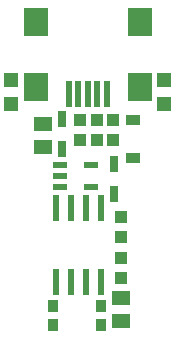
<source format=gbr>
G04 EAGLE Gerber RS-274X export*
G75*
%MOMM*%
%FSLAX34Y34*%
%LPD*%
%INSolderpaste Top*%
%IPPOS*%
%AMOC8*
5,1,8,0,0,1.08239X$1,22.5*%
G01*
%ADD10R,1.000000X1.100000*%
%ADD11R,1.200000X0.550000*%
%ADD12R,1.500000X1.300000*%
%ADD13R,0.500000X2.200000*%
%ADD14R,0.900000X1.000000*%
%ADD15R,1.200000X1.200000*%
%ADD16R,1.220000X0.910000*%
%ADD17R,2.000000X2.400000*%
%ADD18R,0.500000X2.308000*%
%ADD19R,0.800000X1.350000*%


D10*
X7620Y58030D03*
X7620Y41030D03*
X-6350Y58030D03*
X-6350Y41030D03*
D11*
X-23414Y19660D03*
X-23414Y10160D03*
X-23414Y660D03*
X2586Y660D03*
X2586Y19660D03*
D12*
X27940Y-93370D03*
X27940Y-112370D03*
D13*
X11430Y-16720D03*
X-1170Y-16720D03*
X-13870Y-16720D03*
X-26570Y-16720D03*
X11430Y-79800D03*
X-1270Y-79800D03*
X-13970Y-79800D03*
X-26670Y-79800D03*
D10*
X21590Y58030D03*
X21590Y41030D03*
D14*
X11610Y-99950D03*
X11610Y-115950D03*
X-29390Y-115950D03*
X-29390Y-99950D03*
D10*
X27940Y-58810D03*
X27940Y-75810D03*
D15*
X-64770Y91780D03*
X-64770Y70780D03*
D16*
X38100Y25027D03*
X38100Y57777D03*
D12*
X-38100Y34950D03*
X-38100Y53950D03*
D10*
X27940Y-24520D03*
X27940Y-41520D03*
D15*
X64770Y91780D03*
X64770Y70780D03*
D17*
X44000Y85650D03*
D18*
X16000Y80010D03*
X8000Y80010D03*
X0Y80010D03*
X-8000Y80010D03*
X-16000Y80010D03*
D17*
X44000Y140650D03*
X-44000Y85650D03*
X-44000Y140650D03*
D19*
X-21590Y58420D03*
X-21590Y33020D03*
X22098Y20320D03*
X22098Y-5080D03*
M02*

</source>
